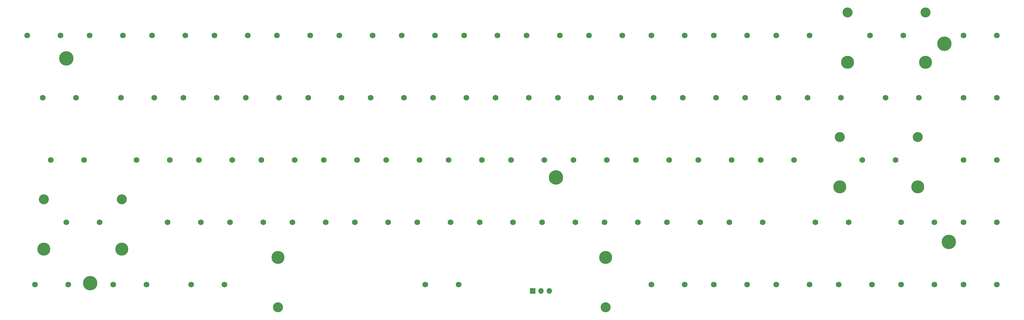
<source format=gts>
G04 #@! TF.GenerationSoftware,KiCad,Pcbnew,(6.0.0)*
G04 #@! TF.CreationDate,2024-08-25T19:28:41-07:00*
G04 #@! TF.ProjectId,stekeeb65_analog,7374656b-6565-4623-9635-5f616e616c6f,rev?*
G04 #@! TF.SameCoordinates,Original*
G04 #@! TF.FileFunction,Soldermask,Top*
G04 #@! TF.FilePolarity,Negative*
%FSLAX46Y46*%
G04 Gerber Fmt 4.6, Leading zero omitted, Abs format (unit mm)*
G04 Created by KiCad (PCBNEW (6.0.0)) date 2024-08-25 19:28:41*
%MOMM*%
%LPD*%
G01*
G04 APERTURE LIST*
%ADD10C,4.400000*%
%ADD11C,1.740000*%
%ADD12C,3.048000*%
%ADD13C,3.987800*%
%ADD14R,1.700000X1.700000*%
%ADD15O,1.700000X1.700000*%
G04 APERTURE END LIST*
D10*
X334800000Y-107400000D03*
X216250000Y-148350000D03*
X336175000Y-168000000D03*
X74100000Y-180625000D03*
X66825000Y-111900000D03*
D11*
X57276200Y-181075000D03*
X67436200Y-181075000D03*
X103155000Y-104875000D03*
X92995000Y-104875000D03*
X240632500Y-142975000D03*
X250792500Y-142975000D03*
X245395000Y-181075000D03*
X255555000Y-181075000D03*
X179355000Y-104875000D03*
X169195000Y-104875000D03*
D12*
X59974950Y-155040000D03*
D13*
X59974950Y-170280000D03*
D12*
X83787450Y-155040000D03*
D11*
X76961200Y-162025000D03*
X66801200Y-162025000D03*
D13*
X83787450Y-170280000D03*
D11*
X254920000Y-123925000D03*
X265080000Y-123925000D03*
X245395000Y-104875000D03*
X255555000Y-104875000D03*
X72198700Y-142975000D03*
X62038700Y-142975000D03*
X231107500Y-162025000D03*
X241267500Y-162025000D03*
X274605000Y-181075000D03*
X264445000Y-181075000D03*
X259682500Y-142975000D03*
X269842500Y-142975000D03*
X146017500Y-162025000D03*
X135857500Y-162025000D03*
X150780000Y-123925000D03*
X140620000Y-123925000D03*
X246030000Y-123925000D03*
X235870000Y-123925000D03*
X274605000Y-104875000D03*
X264445000Y-104875000D03*
X293655000Y-181075000D03*
X283495000Y-181075000D03*
X150145000Y-104875000D03*
X160305000Y-104875000D03*
X316832500Y-123925000D03*
X326992500Y-123925000D03*
X107282500Y-142975000D03*
X117442500Y-142975000D03*
X350805000Y-181075000D03*
X340645000Y-181075000D03*
X131730000Y-123925000D03*
X121570000Y-123925000D03*
X350805000Y-142975000D03*
X340645000Y-142975000D03*
X102520000Y-123925000D03*
X112680000Y-123925000D03*
X216820000Y-123925000D03*
X226980000Y-123925000D03*
X288892500Y-142975000D03*
X278732500Y-142975000D03*
X331755000Y-181075000D03*
X321595000Y-181075000D03*
X236505000Y-104875000D03*
X226345000Y-104875000D03*
X231742500Y-142975000D03*
X221582500Y-142975000D03*
X293020000Y-123925000D03*
X303180000Y-123925000D03*
X145382500Y-142975000D03*
X155542500Y-142975000D03*
X174592500Y-142975000D03*
X164432500Y-142975000D03*
X112045000Y-104875000D03*
X122205000Y-104875000D03*
X312705000Y-181075000D03*
X302545000Y-181075000D03*
X188880000Y-123925000D03*
X178720000Y-123925000D03*
X97757500Y-162025000D03*
X107917500Y-162025000D03*
X279367500Y-162025000D03*
X269207500Y-162025000D03*
X312070000Y-104875000D03*
D12*
X329056250Y-97890000D03*
D13*
X329056250Y-113130000D03*
D12*
X305243750Y-97890000D03*
D11*
X322230000Y-104875000D03*
D13*
X305243750Y-113130000D03*
D11*
X54895000Y-104875000D03*
X65055000Y-104875000D03*
X217455000Y-104875000D03*
X207295000Y-104875000D03*
X203167500Y-162025000D03*
X193007500Y-162025000D03*
X116807500Y-162025000D03*
X126967500Y-162025000D03*
X83470000Y-123925000D03*
X93630000Y-123925000D03*
X169830000Y-123925000D03*
X159670000Y-123925000D03*
X81088800Y-181075000D03*
X91248800Y-181075000D03*
X165067500Y-162025000D03*
X154907500Y-162025000D03*
X98392500Y-142975000D03*
X88232500Y-142975000D03*
D13*
X326675050Y-151230000D03*
X302862550Y-151230000D03*
D12*
X302862550Y-135990000D03*
D11*
X309688800Y-142975000D03*
X319848800Y-142975000D03*
D12*
X326675050Y-135990000D03*
D11*
X131095000Y-104875000D03*
X141255000Y-104875000D03*
X136492500Y-142975000D03*
X126332500Y-142975000D03*
X340645000Y-162025000D03*
X350805000Y-162025000D03*
X273970000Y-123925000D03*
X284130000Y-123925000D03*
X184117500Y-162025000D03*
X173957500Y-162025000D03*
X260317500Y-162025000D03*
X250157500Y-162025000D03*
X321595000Y-162025000D03*
X331755000Y-162025000D03*
X305561200Y-162025000D03*
X295401200Y-162025000D03*
X193642500Y-142975000D03*
X183482500Y-142975000D03*
X84105000Y-104875000D03*
X73945000Y-104875000D03*
X207930000Y-123925000D03*
X197770000Y-123925000D03*
X202532500Y-142975000D03*
X212692500Y-142975000D03*
X340645000Y-123925000D03*
X350805000Y-123925000D03*
X293655000Y-104875000D03*
X283495000Y-104875000D03*
X69817500Y-123925000D03*
X59657500Y-123925000D03*
X340645000Y-104875000D03*
X350805000Y-104875000D03*
X104901200Y-181075000D03*
X115061200Y-181075000D03*
X198405000Y-104875000D03*
X188245000Y-104875000D03*
X212057500Y-162025000D03*
X222217500Y-162025000D03*
D12*
X131418900Y-188060000D03*
D13*
X131418900Y-172820000D03*
X231418700Y-172820000D03*
D12*
X231418700Y-188060000D03*
D11*
X186498800Y-181075000D03*
X176338800Y-181075000D03*
D14*
X209125000Y-183050000D03*
D15*
X211665000Y-183050000D03*
X214205000Y-183050000D03*
M02*

</source>
